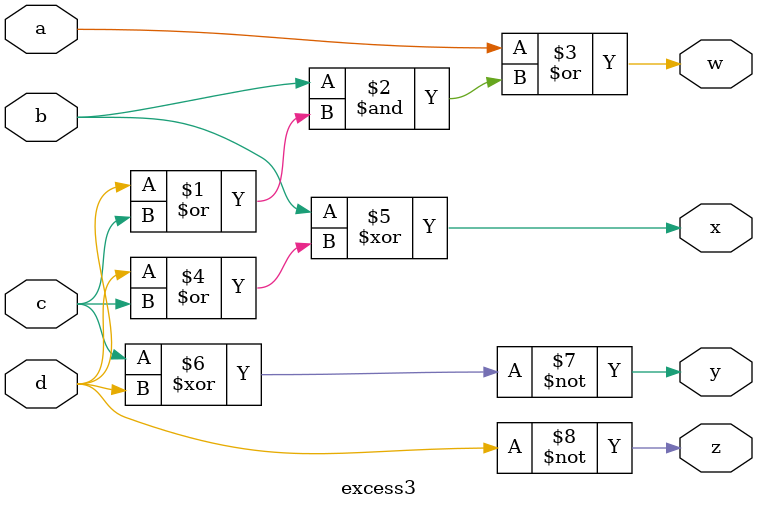
<source format=v>
`timescale 1ns / 1ps


module excess3(
    input a,
    input b,
    input c,
    input d,
    output w,
    output x,
    output y,
    output z    
);

assign w = (a|(b&(d|c)));
assign x = b^(d|c);
assign y = ~(c^d);
assign z = ~d; 

endmodule

</source>
